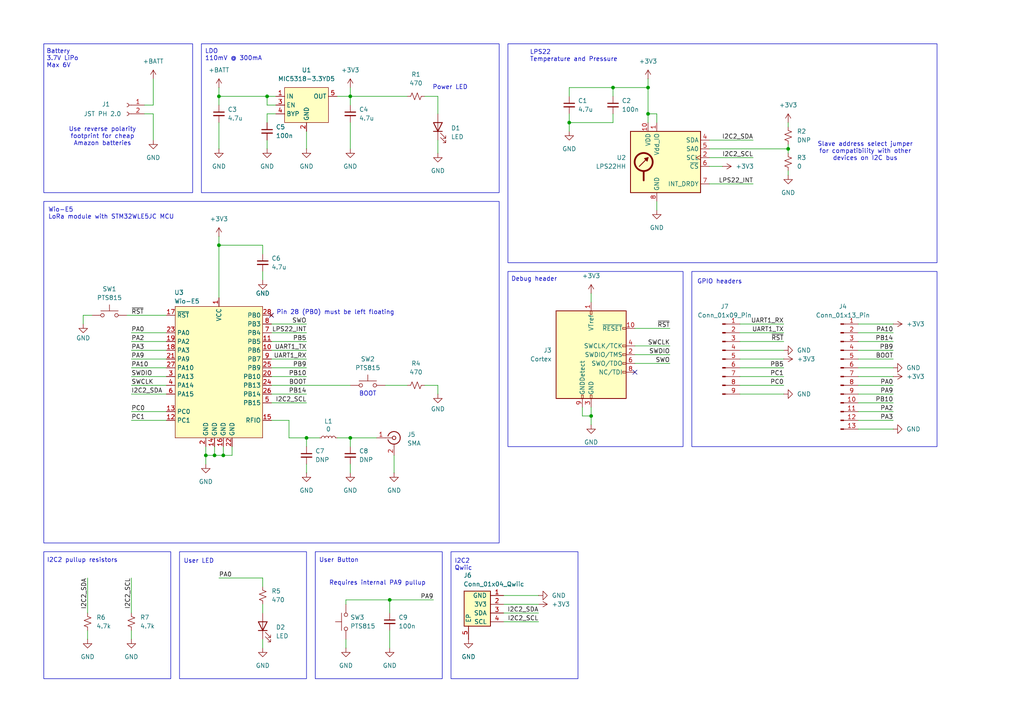
<source format=kicad_sch>
(kicad_sch (version 20250114) (generator "eeschema") (generator_version "9.0")
  (paper "A4")
  (lib_symbols
    (symbol "Connector:Conn_01x02_Socket" (pin_names (offset 1.016) (hide yes))
      (property "Reference" "J" (at 0 2.54 0))
      (property "Value" "Conn_01x02_Socket" (at 0 -5.08 0))
      (symbol "Conn_01x02_Socket_1_1"
        (polyline (pts (xy -1.27 0) (xy -0.508 0)) (stroke (width 0.1524)))
        (polyline (pts (xy -1.27 -2.54) (xy -0.508 -2.54)) (stroke (width 0.1524)))
        (arc (start 0 -0.508) (mid -0.5058 0) (end 0 0.508) (stroke (width 0.1524)))
        (arc (start 0 -3.048) (mid -0.5058 -2.54) (end 0 -2.032) (stroke (width 0.1524)))
        (pin passive line (at -5.08 0 0) (length 3.81) (name "Pin_1") (number "1"))
        (pin passive line (at -5.08 -2.54 0) (length 3.81) (name "Pin_2") (number "2"))
      )
    )
    (symbol "Connector:Conn_01x09_Pin" (pin_names (offset 1.016) (hide yes))
      (property "Reference" "J" (at 0 12.7 0))
      (property "Value" "Conn_01x09_Pin" (at 0 -12.7 0))
      (symbol "Conn_01x09_Pin_1_1"
        (rectangle (start 0.8636 10.287) (end 0 10.033) (stroke (width 0.1524)) (fill (type outline)))
        (rectangle (start 0.8636 7.747) (end 0 7.493) (stroke (width 0.1524)) (fill (type outline)))
        (rectangle (start 0.8636 5.207) (end 0 4.953) (stroke (width 0.1524)) (fill (type outline)))
        (rectangle (start 0.8636 2.667) (end 0 2.413) (stroke (width 0.1524)) (fill (type outline)))
        (rectangle (start 0.8636 0.127) (end 0 -0.127) (stroke (width 0.1524)) (fill (type outline)))
        (rectangle (start 0.8636 -2.413) (end 0 -2.667) (stroke (width 0.1524)) (fill (type outline)))
        (rectangle (start 0.8636 -4.953) (end 0 -5.207) (stroke (width 0.1524)) (fill (type outline)))
        (rectangle (start 0.8636 -7.493) (end 0 -7.747) (stroke (width 0.1524)) (fill (type outline)))
        (rectangle (start 0.8636 -10.033) (end 0 -10.287) (stroke (width 0.1524)) (fill (type outline)))
        (polyline (pts (xy 1.27 10.16) (xy 0.8636 10.16)) (stroke (width 0.1524)))
        (polyline (pts (xy 1.27 7.62) (xy 0.8636 7.62)) (stroke (width 0.1524)))
        (polyline (pts (xy 1.27 5.08) (xy 0.8636 5.08)) (stroke (width 0.1524)))
        (polyline (pts (xy 1.27 2.54) (xy 0.8636 2.54)) (stroke (width 0.1524)))
        (polyline (pts (xy 1.27 0) (xy 0.8636 0)) (stroke (width 0.1524)))
        (polyline (pts (xy 1.27 -2.54) (xy 0.8636 -2.54)) (stroke (width 0.1524)))
        (polyline (pts (xy 1.27 -5.08) (xy 0.8636 -5.08)) (stroke (width 0.1524)))
        (polyline (pts (xy 1.27 -7.62) (xy 0.8636 -7.62)) (stroke (width 0.1524)))
        (polyline (pts (xy 1.27 -10.16) (xy 0.8636 -10.16)) (stroke (width 0.1524)))
        (pin passive line (at 5.08 10.16 180) (length 3.81) (name "Pin_1") (number "1"))
        (pin passive line (at 5.08 7.62 180) (length 3.81) (name "Pin_2") (number "2"))
        (pin passive line (at 5.08 5.08 180) (length 3.81) (name "Pin_3") (number "3"))
        (pin passive line (at 5.08 2.54 180) (length 3.81) (name "Pin_4") (number "4"))
        (pin passive line (at 5.08 0 180) (length 3.81) (name "Pin_5") (number "5"))
        (pin passive line (at 5.08 -2.54 180) (length 3.81) (name "Pin_6") (number "6"))
        (pin passive line (at 5.08 -5.08 180) (length 3.81) (name "Pin_7") (number "7"))
        (pin passive line (at 5.08 -7.62 180) (length 3.81) (name "Pin_8") (number "8"))
        (pin passive line (at 5.08 -10.16 180) (length 3.81) (name "Pin_9") (number "9"))
      )
    )
    (symbol "Connector:Conn_01x13_Pin" (pin_names (offset 1.016) (hide yes))
      (property "Reference" "J" (at 0 17.78 0))
      (property "Value" "Conn_01x13_Pin" (at 0 -17.78 0))
      (symbol "Conn_01x13_Pin_1_1"
        (rectangle (start 0.8636 15.367) (end 0 15.113) (stroke (width 0.1524)) (fill (type outline)))
        (rectangle (start 0.8636 12.827) (end 0 12.573) (stroke (width 0.1524)) (fill (type outline)))
        (rectangle (start 0.8636 10.287) (end 0 10.033) (stroke (width 0.1524)) (fill (type outline)))
        (rectangle (start 0.8636 7.747) (end 0 7.493) (stroke (width 0.1524)) (fill (type outline)))
        (rectangle (start 0.8636 5.207) (end 0 4.953) (stroke (width 0.1524)) (fill (type outline)))
        (rectangle (start 0.8636 2.667) (end 0 2.413) (stroke (width 0.1524)) (fill (type outline)))
        (rectangle (start 0.8636 0.127) (end 0 -0.127) (stroke (width 0.1524)) (fill (type outline)))
        (rectangle (start 0.8636 -2.413) (end 0 -2.667) (stroke (width 0.1524)) (fill (type outline)))
        (rectangle (start 0.8636 -4.953) (end 0 -5.207) (stroke (width 0.1524)) (fill (type outline)))
        (rectangle (start 0.8636 -7.493) (end 0 -7.747) (stroke (width 0.1524)) (fill (type outline)))
        (rectangle (start 0.8636 -10.033) (end 0 -10.287) (stroke (width 0.1524)) (fill (type outline)))
        (rectangle (start 0.8636 -12.573) (end 0 -12.827) (stroke (width 0.1524)) (fill (type outline)))
        (rectangle (start 0.8636 -15.113) (end 0 -15.367) (stroke (width 0.1524)) (fill (type outline)))
        (polyline (pts (xy 1.27 15.24) (xy 0.8636 15.24)) (stroke (width 0.1524)))
        (polyline (pts (xy 1.27 12.7) (xy 0.8636 12.7)) (stroke (width 0.1524)))
        (polyline (pts (xy 1.27 10.16) (xy 0.8636 10.16)) (stroke (width 0.1524)))
        (polyline (pts (xy 1.27 7.62) (xy 0.8636 7.62)) (stroke (width 0.1524)))
        (polyline (pts (xy 1.27 5.08) (xy 0.8636 5.08)) (stroke (width 0.1524)))
        (polyline (pts (xy 1.27 2.54) (xy 0.8636 2.54)) (stroke (width 0.1524)))
        (polyline (pts (xy 1.27 0) (xy 0.8636 0)) (stroke (width 0.1524)))
        (polyline (pts (xy 1.27 -2.54) (xy 0.8636 -2.54)) (stroke (width 0.1524)))
        (polyline (pts (xy 1.27 -5.08) (xy 0.8636 -5.08)) (stroke (width 0.1524)))
        (polyline (pts (xy 1.27 -7.62) (xy 0.8636 -7.62)) (stroke (width 0.1524)))
        (polyline (pts (xy 1.27 -10.16) (xy 0.8636 -10.16)) (stroke (width 0.1524)))
        (polyline (pts (xy 1.27 -12.7) (xy 0.8636 -12.7)) (stroke (width 0.1524)))
        (polyline (pts (xy 1.27 -15.24) (xy 0.8636 -15.24)) (stroke (width 0.1524)))
        (pin passive line (at 5.08 15.24 180) (length 3.81) (name "Pin_1") (number "1"))
        (pin passive line (at 5.08 12.7 180) (length 3.81) (name "Pin_2") (number "2"))
        (pin passive line (at 5.08 10.16 180) (length 3.81) (name "Pin_3") (number "3"))
        (pin passive line (at 5.08 7.62 180) (length 3.81) (name "Pin_4") (number "4"))
        (pin passive line (at 5.08 5.08 180) (length 3.81) (name "Pin_5") (number "5"))
        (pin passive line (at 5.08 2.54 180) (length 3.81) (name "Pin_6") (number "6"))
        (pin passive line (at 5.08 0 180) (length 3.81) (name "Pin_7") (number "7"))
        (pin passive line (at 5.08 -2.54 180) (length 3.81) (name "Pin_8") (number "8"))
        (pin passive line (at 5.08 -5.08 180) (length 3.81) (name "Pin_9") (number "9"))
        (pin passive line (at 5.08 -7.62 180) (length 3.81) (name "Pin_10") (number "10"))
        (pin passive line (at 5.08 -10.16 180) (length 3.81) (name "Pin_11") (number "11"))
        (pin passive line (at 5.08 -12.7 180) (length 3.81) (name "Pin_12") (number "12"))
        (pin passive line (at 5.08 -15.24 180) (length 3.81) (name "Pin_13") (number "13"))
      )
    )
    (symbol "Connector:Conn_ARM_JTAG_SWD_10" (pin_names (offset 1.016))
      (property "Reference" "J" (at -2.54 16.51 0))
      (property "Value" "Conn_ARM_JTAG_SWD_10" (at -2.54 13.97 0))
      (symbol "Conn_ARM_JTAG_SWD_10_0_1"
        (rectangle (start -10.16 12.7) (end 10.16 -12.7) (stroke (width 0.254)) (fill (type background)))
        (rectangle (start -2.794 -12.7) (end -2.286 -11.684))
        (rectangle (start -0.254 12.7) (end 0.254 11.684))
        (rectangle (start -0.254 -12.7) (end 0.254 -11.684))
        (rectangle (start 9.144 2.286) (end 10.16 2.794))
        (rectangle (start 10.16 7.874) (end 9.144 7.366))
        (rectangle (start 10.16 -0.254) (end 9.144 0.254))
        (rectangle (start 10.16 -2.794) (end 9.144 -2.286))
      )
      (symbol "Conn_ARM_JTAG_SWD_10_1_1"
        (rectangle (start 9.144 -5.334) (end 10.16 -4.826))
        (pin no_connect line (at -10.16 0 0) (length 2.54) (hide yes) (name "KEY") (number "7"))
        (pin passive line (at -2.54 -15.24 90) (length 2.54) (name "GNDDetect") (number "9"))
        (pin power_in line (at 0 15.24 270) (length 2.54) (name "VTref") (number "1"))
        (pin power_in line (at 0 -15.24 90) (length 2.54) (name "GND") (number "3"))
        (pin passive line (at 0 -15.24 90) (length 2.54) (hide yes) (name "GND") (number "5"))
        (pin open_collector line (at 12.7 7.62 180) (length 2.54) (name "~{RESET}") (number "10"))
        (pin output line (at 12.7 2.54 180) (length 2.54) (name "SWCLK/TCK") (number "4"))
        (pin bidirectional line (at 12.7 0 180) (length 2.54) (name "SWDIO/TMS") (number "2"))
        (pin input line (at 12.7 -2.54 180) (length 2.54) (name "SWO/TDO") (number "6"))
        (pin output line (at 12.7 -5.08 180) (length 2.54) (name "NC/TDI") (number "8"))
      )
    )
    (symbol "Connector:Conn_Coaxial" (pin_names (offset 1.016) (hide yes))
      (property "Reference" "J" (at 0.254 3.048 0))
      (property "Value" "Conn_Coaxial" (at 2.921 0 90))
      (symbol "Conn_Coaxial_0_1"
        (polyline (pts (xy -2.54 0) (xy -0.508 0)))
        (arc (start 1.778 0) (mid 0.222 -1.8079) (end -1.778 -0.508) (stroke (width 0.254)))
        (arc (start -1.778 0.508) (mid 0.2221 1.8084) (end 1.778 0) (stroke (width 0.254)))
        (circle (center 0 0) (radius 0.508) (stroke (width 0.2032)))
        (polyline (pts (xy 0 -2.54) (xy 0 -1.778)))
      )
      (symbol "Conn_Coaxial_1_1"
        (pin passive line (at -5.08 0 0) (length 2.54) (name "In") (number "1"))
        (pin passive line (at 0 -5.08 90) (length 2.54) (name "Ext") (number "2"))
      )
    )
    (symbol "Device:C_Small" (pin_numbers (hide yes)) (pin_names (offset 0.254) (hide yes))
      (property "Reference" "C" (at 0.254 1.778 0))
      (property "Value" "C_Small" (at 0.254 -2.032 0))
      (symbol "C_Small_0_1"
        (polyline (pts (xy -1.524 0.508) (xy 1.524 0.508)) (stroke (width 0.3048)))
        (polyline (pts (xy -1.524 -0.508) (xy 1.524 -0.508)) (stroke (width 0.3302)))
      )
      (symbol "C_Small_1_1"
        (pin passive line (at 0 2.54 270) (length 2.032) (name "~") (number "1"))
        (pin passive line (at 0 -2.54 90) (length 2.032) (name "~") (number "2"))
      )
    )
    (symbol "Device:LED" (pin_numbers (hide yes)) (pin_names (offset 1.016) (hide yes))
      (property "Reference" "D" (at 0 2.54 0))
      (property "Value" "LED" (at 0 -2.54 0))
      (symbol "LED_0_1"
        (polyline (pts (xy -3.048 -0.762) (xy -4.572 -2.286) (xy -3.81 -2.286) (xy -4.572 -2.286) (xy -4.572 -1.524)))
        (polyline (pts (xy -1.778 -0.762) (xy -3.302 -2.286) (xy -2.54 -2.286) (xy -3.302 -2.286) (xy -3.302 -1.524)))
        (polyline (pts (xy -1.27 0) (xy 1.27 0)))
        (polyline (pts (xy -1.27 -1.27) (xy -1.27 1.27)) (stroke (width 0.254)))
        (polyline (pts (xy 1.27 -1.27) (xy 1.27 1.27) (xy -1.27 0) (xy 1.27 -1.27)) (stroke (width 0.254)))
      )
      (symbol "LED_1_1"
        (pin passive line (at -3.81 0 0) (length 2.54) (name "K") (number "1"))
        (pin passive line (at 3.81 0 180) (length 2.54) (name "A") (number "2"))
      )
    )
    (symbol "Device:L_Small" (pin_numbers (hide yes)) (pin_names (offset 0.254) (hide yes))
      (property "Reference" "L" (at 0.762 1.016 0))
      (property "Value" "L_Small" (at 0.762 -1.016 0))
      (symbol "L_Small_0_1"
        (arc (start 0 2.032) (mid 0.5058 1.524) (end 0 1.016))
        (arc (start 0 1.016) (mid 0.5058 0.508) (end 0 0))
        (arc (start 0 0) (mid 0.5058 -0.508) (end 0 -1.016))
        (arc (start 0 -1.016) (mid 0.5058 -1.524) (end 0 -2.032))
      )
      (symbol "L_Small_1_1"
        (pin passive line (at 0 2.54 270) (length 0.508) (name "~") (number "1"))
        (pin passive line (at 0 -2.54 90) (length 0.508) (name "~") (number "2"))
      )
    )
    (symbol "Device:R_Small_US" (pin_numbers (hide yes)) (pin_names (offset 0.254) (hide yes))
      (property "Reference" "R" (at 0.762 0.508 0))
      (property "Value" "R_Small_US" (at 0.762 -1.016 0))
      (symbol "R_Small_US_1_1"
        (polyline (pts (xy 0 1.524) (xy 1.016 1.143) (xy 0 0.762) (xy -1.016 0.381) (xy 0 0)))
        (polyline (pts (xy 0 0) (xy 1.016 -0.381) (xy 0 -0.762) (xy -1.016 -1.143) (xy 0 -1.524)))
        (pin passive line (at 0 2.54 270) (length 1.016) (name "~") (number "1"))
        (pin passive line (at 0 -2.54 90) (length 1.016) (name "~") (number "2"))
      )
    )
    (symbol "MIC5318:MIC5318-3.3YD5"
      (property "Reference" "U" (at 0 3.556 0))
      (property "Value" "MIC5318-3.3YD5" (at 0 1.27 0))
      (symbol "MIC5318-3.3YD5_0_0"
        (pin power_in line (at -8.89 -2.54 0) (length 2.54) (name "IN") (number "1"))
        (pin input line (at -8.89 -5.08 0) (length 2.54) (name "EN") (number "3"))
        (pin input line (at -8.89 -7.62 0) (length 2.54) (name "BYP") (number "4"))
        (pin power_in line (at 0 -12.7 90) (length 2.54) (name "GND") (number "2"))
        (pin power_out line (at 8.89 -2.54 180) (length 2.54) (name "OUT") (number "5"))
      )
      (symbol "MIC5318-3.3YD5_1_1"
        (rectangle (start -6.35 0) (end 6.35 -10.16) (fill (type background)))
      )
    )
    (symbol "Qwiic:Conn_01x04_Qwiic" (pin_names (offset 1.016))
      (property "Reference" "J" (at 0 7.62 0))
      (property "Value" "Conn_01x04_Qwiic" (at -0.254 5.588 0))
      (symbol "Conn_01x04_Qwiic_1_1"
        (rectangle (start -1.27 3.81) (end 6.35 -6.35) (stroke (width 0.254)) (fill (type background)))
        (pin passive line (at -5.08 2.54 0) (length 3.81) (name "GND") (number "1"))
        (pin passive line (at -5.08 0 0) (length 3.81) (name "3V3") (number "2"))
        (pin passive line (at -5.08 -2.54 0) (length 3.81) (name "SDA") (number "3"))
        (pin passive line (at -5.08 -5.08 0) (length 3.81) (name "SCL") (number "4"))
        (pin passive line (at 5.08 -10.16 90) (length 3.81) (name "EP") (number "5"))
      )
    )
    (symbol "Sensor_Pressure:LPS22HH"
      (property "Reference" "U" (at -11.43 1.27 0))
      (property "Value" "LPS22HH" (at -11.43 -1.27 0))
      (symbol "LPS22HH_0_1"
        (rectangle (start -10.16 10.16) (end 10.16 -7.62) (stroke (width 0.254)) (fill (type background)))
        (polyline (pts (xy -7.62 0) (xy -5.08 2.54)) (stroke (width 0.254)))
        (circle (center -6.35 1.27) (radius 2.6162) (stroke (width 0.508)))
        (polyline (pts (xy -6.35 -1.524) (xy -6.35 -4.064)) (stroke (width 0.508)))
        (polyline (pts (xy -5.08 2.54) (xy -5.334 1.524) (xy -6.096 2.286) (xy -5.08 2.54)) (stroke (width 0.254)) (fill (type outline)))
      )
      (symbol "LPS22HH_1_1"
        (pin power_in line (at -5.08 12.7 270) (length 2.54) (name "VDD") (number "10"))
        (pin power_in line (at -2.54 12.7 270) (length 2.54) (name "Vdd_IO") (number "1"))
        (pin passive line (at -2.54 -10.16 90) (length 2.54) (hide yes) (name "GND") (number "3"))
        (pin power_in line (at -2.54 -10.16 90) (length 2.54) (name "GND") (number "8"))
        (pin passive line (at -2.54 -10.16 90) (length 2.54) (hide yes) (name "GND") (number "9"))
        (pin bidirectional line (at 12.7 7.62 180) (length 2.54) (name "SDA") (number "4"))
        (pin input line (at 12.7 5.08 180) (length 2.54) (name "SA0") (number "5"))
        (pin input clock (at 12.7 2.54 180) (length 2.54) (name "SCL") (number "2"))
        (pin input line (at 12.7 0 180) (length 2.54) (name "~{CS}") (number "6"))
        (pin output line (at 12.7 -5.08 180) (length 2.54) (name "INT_DRDY") (number "7"))
      )
    )
    (symbol "Switch:SW_Push" (pin_numbers (hide yes)) (pin_names (offset 1.016) (hide yes))
      (property "Reference" "SW" (at 1.27 2.54 0))
      (property "Value" "SW_Push" (at 0 -1.524 0))
      (symbol "SW_Push_0_1"
        (circle (center -2.032 0) (radius 0.508))
        (polyline (pts (xy 0 1.27) (xy 0 3.048)))
        (circle (center 2.032 0) (radius 0.508))
        (polyline (pts (xy 2.54 1.27) (xy -2.54 1.27)))
        (pin passive line (at -5.08 0 0) (length 2.54) (name "1") (number "1"))
        (pin passive line (at 5.08 0 180) (length 2.54) (name "2") (number "2"))
      )
    )
    (symbol "Wio-E5:Wio-E5"
      (property "Reference" "U" (at -12.7 3.302 0))
      (property "Value" "Wio-E5" (at -12.7 1.27 0))
      (symbol "Wio-E5_0_0"
        (pin bidirectional line (at -15.24 -7.62 0) (length 2.54) (name "PA0") (number "23"))
        (pin bidirectional line (at -15.24 -15.24 0) (length 2.54) (name "PA9") (number "21"))
        (pin bidirectional line (at -15.24 -17.78 0) (length 2.54) (name "PA10") (number "27"))
        (pin power_in line (at -3.81 -40.64 90) (length 2.54) (name "GND") (number "2"))
        (pin power_in line (at -1.27 -40.64 90) (length 2.54) (name "GND") (number "14"))
        (pin power_in line (at 0 2.54 270) (length 2.54) (name "VCC") (number "1"))
        (pin power_in line (at 1.27 -40.64 90) (length 2.54) (name "GND") (number "16"))
        (pin power_in line (at 3.81 -40.64 90) (length 2.54) (name "GND") (number "22"))
        (pin bidirectional line (at 15.24 -5.08 180) (length 2.54) (name "PB3") (number "8"))
        (pin bidirectional line (at 15.24 -7.62 180) (length 2.54) (name "PB4") (number "7"))
        (pin bidirectional line (at 15.24 -10.16 180) (length 2.54) (name "PB5") (number "11"))
        (pin bidirectional line (at 15.24 -33.02 180) (length 2.54) (name "RFIO") (number "15"))
      )
      (symbol "Wio-E5_1_0"
        (pin input line (at -15.24 -2.54 0) (length 2.54) (name "~{RST}") (number "17"))
        (pin bidirectional line (at -15.24 -10.16 0) (length 2.54) (name "PA2") (number "19") (alternate "" input line))
        (pin bidirectional line (at -15.24 -12.7 0) (length 2.54) (name "PA3") (number "18") (alternate "" input line))
        (pin bidirectional line (at -15.24 -20.32 0) (length 2.54) (name "PA13") (number "3") (alternate "" input line))
        (pin bidirectional line (at -15.24 -22.86 0) (length 2.54) (name "PA14") (number "4") (alternate "" input line))
        (pin bidirectional line (at -15.24 -25.4 0) (length 2.54) (name "PA15") (number "6") (alternate "" input line))
        (pin bidirectional line (at -15.24 -30.48 0) (length 2.54) (name "PC0") (number "13"))
        (pin bidirectional line (at -15.24 -33.02 0) (length 2.54) (name "PC1") (number "12"))
        (pin no_connect line (at 15.24 -2.54 180) (length 2.54) (name "PB0") (number "28"))
        (pin bidirectional line (at 15.24 -12.7 180) (length 2.54) (name "PB6") (number "10") (alternate "" input line))
        (pin bidirectional line (at 15.24 -15.24 180) (length 2.54) (name "PB7") (number "9") (alternate "" input line))
        (pin bidirectional line (at 15.24 -17.78 180) (length 2.54) (name "PB9") (number "25") (alternate "" input line))
        (pin bidirectional line (at 15.24 -20.32 180) (length 2.54) (name "PB10") (number "20"))
        (pin bidirectional line (at 15.24 -22.86 180) (length 2.54) (name "PB13") (number "24") (alternate "" input line))
        (pin bidirectional line (at 15.24 -25.4 180) (length 2.54) (name "PB14") (number "26"))
        (pin bidirectional line (at 15.24 -27.94 180) (length 2.54) (name "PB15") (number "5") (alternate "" input line))
      )
      (symbol "Wio-E5_1_1"
        (rectangle (start -12.7 0) (end 12.7 -38.1) (fill (type background)))
      )
    )
    (symbol "power:+3V3" (power) (pin_numbers (hide yes)) (pin_names (offset 0) (hide yes))
      (property "Value" "+3V3" (at 0 3.556 0))
      (symbol "+3V3_0_1"
        (polyline (pts (xy -0.762 1.27) (xy 0 2.54)))
        (polyline (pts (xy 0 2.54) (xy 0.762 1.27)))
        (polyline (pts (xy 0 0) (xy 0 2.54)))
      )
      (symbol "+3V3_1_1"
        (pin power_in line (at 0 0 90) (length 0) (name "~") (number "1"))
      )
    )
    (symbol "power:+BATT" (power) (pin_numbers (hide yes)) (pin_names (offset 0) (hide yes))
      (property "Value" "+BATT" (at 0 3.556 0))
      (symbol "+BATT_0_1"
        (polyline (pts (xy -0.762 1.27) (xy 0 2.54)))
        (polyline (pts (xy 0 2.54) (xy 0.762 1.27)))
        (polyline (pts (xy 0 0) (xy 0 2.54)))
      )
      (symbol "+BATT_1_1"
        (pin power_in line (at 0 0 90) (length 0) (name "~") (number "1"))
      )
    )
    (symbol "power:GND" (power) (pin_numbers (hide yes)) (pin_names (offset 0) (hide yes))
      (property "Value" "GND" (at 0 -3.81 0))
      (symbol "GND_0_1"
        (polyline (pts (xy 0 0) (xy 0 -1.27) (xy 1.27 -1.27) (xy 0 -2.54) (xy -1.27 -1.27) (xy 0 -1.27)))
      )
      (symbol "GND_1_1"
        (pin power_in line (at 0 0 270) (length 0) (name "~") (number "1"))
      )
    )
  )
  (rectangle (start 58.42 12.7) (end 144.78 55.88))
  (rectangle (start 12.7 58.42) (end 144.78 157.48))
  (rectangle (start 12.7 12.7) (end 55.88 55.88))
  (rectangle (start 200.66 78.74) (end 271.78 129.54))
  (rectangle (start 147.32 12.7) (end 271.78 76.2))
  (rectangle (start 91.44 160.02) (end 128.27 196.85))
  (rectangle (start 147.32 78.74) (end 198.12 129.54))
  (rectangle (start 12.7 160.02) (end 49.53 196.85))
  (rectangle (start 52.07 160.02) (end 88.9 196.85))
  (rectangle (start 130.81 160.02) (end 167.64 196.85))
  (text "LPS22\nTemperature and Pressure" (at 153.67 16.256 0) (effects (font (size 1.27 1.27)) (justify left)))
  (text "User Button" (at 98.298 162.56 0) (effects (font (size 1.27 1.27))))
  (text "Slave address select jumper\nfor compatibility with other\ndevices on I2C bus" (at 250.952 43.942 0) (effects (font (size 1.27 1.27))))
  (text "Wio-E5\nLoRa module with STM32WLE5JC MCU" (at 13.97 61.976 0) (effects (font (size 1.27 1.27)) (justify left)))
  (text "I2C2 pullup resistors" (at 23.876 162.56 0) (effects (font (size 1.27 1.27))))
  (text "Battery\n3.7V LiPo\nMax 6V" (at 13.462 17.018 0) (effects (font (size 1.27 1.27)) (justify left)))
  (text "Power LED" (at 130.556 25.4 0) (effects (font (size 1.27 1.27))))
  (text "I2C2\nQwiic" (at 131.826 163.83 0) (effects (font (size 1.27 1.27)) (justify left)))
  (text "LDO\n110mV @ 300mA" (at 59.436 16.002 0) (effects (font (size 1.27 1.27)) (justify left)))
  (text "Pin 28 (PB0) must be left floating" (at 97.282 90.678 0) (effects (font (size 1.27 1.27))))
  (text "BOOT" (at 106.68 114.3 0) (effects (font (size 1.27 1.27))))
  (text "Requires internal PA9 pullup" (at 109.474 169.164 0) (effects (font (size 1.27 1.27))))
  (text "Debug header" (at 154.94 81.026 0) (effects (font (size 1.27 1.27))))
  (text "Use reverse polarity\nfootprint for cheap\nAmazon batteries" (at 29.718 39.624 0) (effects (font (size 1.27 1.27))))
  (text "GPIO headers" (at 202.184 81.026 0) (effects (font (size 1.27 1.27)) (justify left top)))
  (text "User LED" (at 57.658 162.814 0) (effects (font (size 1.27 1.27))))
  (junction (at 77.47 27.94))
  (junction (at 101.6 127))
  (junction (at 64.77 132.08))
  (junction (at 228.6 43.18))
  (junction (at 63.5 71.12))
  (junction (at 171.45 120.65))
  (junction (at 101.6 27.94))
  (junction (at 113.03 173.99))
  (junction (at 187.96 25.4))
  (junction (at 63.5 27.94))
  (junction (at 88.9 127))
  (junction (at 62.23 132.08))
  (junction (at 59.69 132.08))
  (junction (at 177.8 25.4))
  (junction (at 187.96 33.02))
  (junction (at 165.1 35.56))
  (no_connect (at 184.15 107.95))
  (no_connect (at 78.74 91.44))
  (wire (pts (xy 259.08 124.46) (xy 248.92 124.46)))
  (wire (pts (xy 259.08 119.38) (xy 248.92 119.38)))
  (wire (pts (xy 248.92 104.14) (xy 259.08 104.14)))
  (wire (pts (xy 36.83 91.44) (xy 48.26 91.44)))
  (wire (pts (xy 248.92 93.98) (xy 259.08 93.98)))
  (wire (pts (xy 38.1 106.68) (xy 48.26 106.68)))
  (wire (pts (xy 77.47 33.02) (xy 80.01 33.02)))
  (wire (pts (xy 146.05 172.72) (xy 156.21 172.72)))
  (wire (pts (xy 184.15 95.25) (xy 194.31 95.25)))
  (wire (pts (xy 165.1 27.94) (xy 165.1 25.4)))
  (wire (pts (xy 205.74 40.64) (xy 218.44 40.64)))
  (wire (pts (xy 88.9 106.68) (xy 78.74 106.68)))
  (wire (pts (xy 248.92 109.22) (xy 259.08 109.22)))
  (wire (pts (xy 38.1 96.52) (xy 48.26 96.52)))
  (wire (pts (xy 214.63 104.14) (xy 227.33 104.14)))
  (wire (pts (xy 44.45 22.86) (xy 44.45 30.48)))
  (wire (pts (xy 259.08 106.68) (xy 248.92 106.68)))
  (wire (pts (xy 101.6 27.94) (xy 101.6 25.4)))
  (wire (pts (xy 214.63 114.3) (xy 227.33 114.3)))
  (wire (pts (xy 38.1 109.22) (xy 48.26 109.22)))
  (wire (pts (xy 76.2 175.26) (xy 76.2 177.8)))
  (wire (pts (xy 171.45 120.65) (xy 168.91 120.65)))
  (wire (pts (xy 101.6 134.62) (xy 101.6 137.16)))
  (wire (pts (xy 67.31 132.08) (xy 67.31 129.54)))
  (wire (pts (xy 171.45 120.65) (xy 171.45 123.19)))
  (wire (pts (xy 97.79 127) (xy 101.6 127)))
  (wire (pts (xy 83.82 127) (xy 88.9 127)))
  (wire (pts (xy 177.8 27.94) (xy 177.8 25.4)))
  (wire (pts (xy 259.08 99.06) (xy 248.92 99.06)))
  (wire (pts (xy 123.19 27.94) (xy 127 27.94)))
  (wire (pts (xy 78.74 111.76) (xy 101.6 111.76)))
  (wire (pts (xy 83.82 127) (xy 83.82 121.92)))
  (wire (pts (xy 259.08 96.52) (xy 248.92 96.52)))
  (wire (pts (xy 205.74 53.34) (xy 218.44 53.34)))
  (wire (pts (xy 88.9 127) (xy 92.71 127)))
  (wire (pts (xy 63.5 25.4) (xy 63.5 27.94)))
  (wire (pts (xy 259.08 101.6) (xy 248.92 101.6)))
  (wire (pts (xy 127 44.45) (xy 127 40.64)))
  (wire (pts (xy 127 27.94) (xy 127 33.02)))
  (wire (pts (xy 184.15 100.33) (xy 194.31 100.33)))
  (wire (pts (xy 44.45 40.64) (xy 44.45 33.02)))
  (wire (pts (xy 101.6 27.94) (xy 101.6 30.48)))
  (wire (pts (xy 228.6 49.53) (xy 228.6 50.8)))
  (wire (pts (xy 113.03 182.88) (xy 113.03 187.96)))
  (wire (pts (xy 38.1 114.3) (xy 48.26 114.3)))
  (wire (pts (xy 171.45 118.11) (xy 171.45 120.65)))
  (wire (pts (xy 187.96 33.02) (xy 187.96 35.56)))
  (wire (pts (xy 127 111.76) (xy 123.19 111.76)))
  (wire (pts (xy 228.6 41.91) (xy 228.6 43.18)))
  (wire (pts (xy 88.9 134.62) (xy 88.9 137.16)))
  (wire (pts (xy 78.74 93.98) (xy 88.9 93.98)))
  (wire (pts (xy 44.45 33.02) (xy 41.91 33.02)))
  (wire (pts (xy 78.74 101.6) (xy 88.9 101.6)))
  (wire (pts (xy 214.63 93.98) (xy 227.33 93.98)))
  (wire (pts (xy 24.13 91.44) (xy 26.67 91.44)))
  (wire (pts (xy 64.77 129.54) (xy 64.77 132.08)))
  (wire (pts (xy 209.55 48.26) (xy 205.74 48.26)))
  (wire (pts (xy 88.9 38.1) (xy 88.9 43.18)))
  (wire (pts (xy 25.4 182.88) (xy 25.4 185.42)))
  (wire (pts (xy 190.5 35.56) (xy 190.5 33.02)))
  (wire (pts (xy 77.47 40.64) (xy 77.47 43.18)))
  (wire (pts (xy 97.79 27.94) (xy 101.6 27.94)))
  (wire (pts (xy 63.5 30.48) (xy 63.5 27.94)))
  (wire (pts (xy 165.1 38.1) (xy 165.1 35.56)))
  (wire (pts (xy 76.2 81.28) (xy 76.2 78.74)))
  (wire (pts (xy 63.5 167.64) (xy 76.2 167.64)))
  (wire (pts (xy 38.1 104.14) (xy 48.26 104.14)))
  (wire (pts (xy 177.8 33.02) (xy 177.8 35.56)))
  (wire (pts (xy 101.6 127) (xy 101.6 129.54)))
  (wire (pts (xy 62.23 132.08) (xy 59.69 132.08)))
  (wire (pts (xy 63.5 35.56) (xy 63.5 43.18)))
  (wire (pts (xy 113.03 173.99) (xy 125.73 173.99)))
  (wire (pts (xy 228.6 43.18) (xy 228.6 44.45)))
  (wire (pts (xy 214.63 111.76) (xy 227.33 111.76)))
  (wire (pts (xy 187.96 22.86) (xy 187.96 25.4)))
  (wire (pts (xy 38.1 167.64) (xy 38.1 177.8)))
  (wire (pts (xy 184.15 105.41) (xy 194.31 105.41)))
  (wire (pts (xy 101.6 127) (xy 109.22 127)))
  (wire (pts (xy 76.2 187.96) (xy 76.2 185.42)))
  (wire (pts (xy 62.23 132.08) (xy 62.23 129.54)))
  (wire (pts (xy 88.9 127) (xy 88.9 129.54)))
  (wire (pts (xy 76.2 167.64) (xy 76.2 170.18)))
  (wire (pts (xy 214.63 106.68) (xy 227.33 106.68)))
  (wire (pts (xy 114.3 132.08) (xy 114.3 137.16)))
  (wire (pts (xy 100.33 185.42) (xy 100.33 187.96)))
  (wire (pts (xy 214.63 109.22) (xy 227.33 109.22)))
  (wire (pts (xy 78.74 104.14) (xy 88.9 104.14)))
  (wire (pts (xy 88.9 109.22) (xy 78.74 109.22)))
  (wire (pts (xy 259.08 116.84) (xy 248.92 116.84)))
  (wire (pts (xy 77.47 30.48) (xy 80.01 30.48)))
  (wire (pts (xy 259.08 121.92) (xy 248.92 121.92)))
  (wire (pts (xy 38.1 121.92) (xy 48.26 121.92)))
  (wire (pts (xy 38.1 111.76) (xy 48.26 111.76)))
  (wire (pts (xy 127 114.3) (xy 127 111.76)))
  (wire (pts (xy 77.47 27.94) (xy 77.47 30.48)))
  (wire (pts (xy 77.47 27.94) (xy 80.01 27.94)))
  (wire (pts (xy 101.6 35.56) (xy 101.6 43.18)))
  (wire (pts (xy 214.63 96.52) (xy 227.33 96.52)))
  (wire (pts (xy 63.5 71.12) (xy 63.5 86.36)))
  (wire (pts (xy 184.15 102.87) (xy 194.31 102.87)))
  (wire (pts (xy 59.69 132.08) (xy 59.69 129.54)))
  (wire (pts (xy 77.47 35.56) (xy 77.47 33.02)))
  (wire (pts (xy 24.13 93.98) (xy 24.13 91.44)))
  (wire (pts (xy 177.8 35.56) (xy 165.1 35.56)))
  (wire (pts (xy 38.1 101.6) (xy 48.26 101.6)))
  (wire (pts (xy 214.63 99.06) (xy 227.33 99.06)))
  (wire (pts (xy 100.33 173.99) (xy 113.03 173.99)))
  (wire (pts (xy 165.1 35.56) (xy 165.1 33.02)))
  (wire (pts (xy 100.33 175.26) (xy 100.33 173.99)))
  (wire (pts (xy 67.31 132.08) (xy 64.77 132.08)))
  (wire (pts (xy 111.76 111.76) (xy 118.11 111.76)))
  (wire (pts (xy 44.45 30.48) (xy 41.91 30.48)))
  (wire (pts (xy 146.05 180.34) (xy 156.21 180.34)))
  (wire (pts (xy 205.74 43.18) (xy 228.6 43.18)))
  (wire (pts (xy 171.45 85.09) (xy 171.45 87.63)))
  (wire (pts (xy 146.05 175.26) (xy 156.21 175.26)))
  (wire (pts (xy 88.9 99.06) (xy 78.74 99.06)))
  (wire (pts (xy 25.4 167.64) (xy 25.4 177.8)))
  (wire (pts (xy 187.96 25.4) (xy 187.96 33.02)))
  (wire (pts (xy 146.05 177.8) (xy 156.21 177.8)))
  (wire (pts (xy 190.5 33.02) (xy 187.96 33.02)))
  (wire (pts (xy 63.5 27.94) (xy 77.47 27.94)))
  (wire (pts (xy 62.23 132.08) (xy 64.77 132.08)))
  (wire (pts (xy 59.69 134.62) (xy 59.69 132.08)))
  (wire (pts (xy 214.63 101.6) (xy 227.33 101.6)))
  (wire (pts (xy 83.82 121.92) (xy 78.74 121.92)))
  (wire (pts (xy 177.8 25.4) (xy 187.96 25.4)))
  (wire (pts (xy 259.08 114.3) (xy 248.92 114.3)))
  (wire (pts (xy 63.5 68.58) (xy 63.5 71.12)))
  (wire (pts (xy 38.1 99.06) (xy 48.26 99.06)))
  (wire (pts (xy 88.9 114.3) (xy 78.74 114.3)))
  (wire (pts (xy 76.2 71.12) (xy 76.2 73.66)))
  (wire (pts (xy 228.6 35.56) (xy 228.6 36.83)))
  (wire (pts (xy 190.5 58.42) (xy 190.5 60.96)))
  (wire (pts (xy 63.5 71.12) (xy 76.2 71.12)))
  (wire (pts (xy 101.6 27.94) (xy 118.11 27.94)))
  (wire (pts (xy 165.1 25.4) (xy 177.8 25.4)))
  (wire (pts (xy 38.1 182.88) (xy 38.1 185.42)))
  (wire (pts (xy 168.91 120.65) (xy 168.91 118.11)))
  (wire (pts (xy 205.74 45.72) (xy 218.44 45.72)))
  (wire (pts (xy 259.08 111.76) (xy 248.92 111.76)))
  (wire (pts (xy 113.03 173.99) (xy 113.03 177.8)))
  (wire (pts (xy 88.9 96.52) (xy 78.74 96.52)))
  (wire (pts (xy 38.1 119.38) (xy 48.26 119.38)))
  (wire (pts (xy 88.9 116.84) (xy 78.74 116.84)))
  (label "PA9" (at 38.1 104.14 0))
  (label "UART1_RX" (at 227.33 93.98 180))
  (label "SWDIO" (at 38.1 109.22 0))
  (label "SWO" (at 88.9 93.98 180))
  (label "PB9" (at 259.08 101.6 180))
  (label "I2C2_SCL" (at 88.9 116.84 180))
  (label "PA9" (at 259.08 114.3 180))
  (label "SWDIO" (at 194.31 102.87 180))
  (label "PB9" (at 88.9 106.68 180))
  (label "I2C2_SCL" (at 156.21 180.34 180))
  (label "PB5" (at 227.33 106.68 180))
  (label "PA9" (at 125.73 173.99 180))
  (label "PB10" (at 88.9 109.22 180))
  (label "~{RST}" (at 194.31 95.25 180))
  (label "SWO" (at 194.31 105.41 180))
  (label "LPS22_INT" (at 218.44 53.34 180))
  (label "PA2" (at 259.08 119.38 180))
  (label "I2C2_SCL" (at 218.44 45.72 180))
  (label "I2C2_SDA" (at 156.21 177.8 180))
  (label "I2C2_SDA" (at 38.1 114.3 0))
  (label "PC0" (at 227.33 111.76 180))
  (label "PA0" (at 63.5 167.64 0))
  (label "PA3" (at 259.08 121.92 180))
  (label "SWCLK" (at 38.1 111.76 0))
  (label "PB5" (at 88.9 99.06 180))
  (label "BOOT" (at 88.9 111.76 180))
  (label "PB14" (at 259.08 99.06 180))
  (label "PB10" (at 259.08 116.84 180))
  (label "PA0" (at 259.08 111.76 180))
  (label "UART1_TX" (at 88.9 101.6 180))
  (label "LPS22_INT" (at 88.9 96.52 180))
  (label "I2C2_SCL" (at 38.1 167.64 270))
  (label "PA3" (at 38.1 101.6 0))
  (label "UART1_RX" (at 88.9 104.14 180))
  (label "I2C2_SDA" (at 218.44 40.64 180))
  (label "PA0" (at 38.1 96.52 0))
  (label "UART1_TX" (at 227.33 96.52 180))
  (label "I2C2_SDA" (at 25.4 167.64 270))
  (label "PA10" (at 38.1 106.68 0))
  (label "SWCLK" (at 194.31 100.33 180))
  (label "PB14" (at 88.9 114.3 180))
  (label "~{RST}" (at 227.33 99.06 180))
  (label "BOOT" (at 259.08 104.14 180))
  (label "PC0" (at 38.1 119.38 0))
  (label "PC1" (at 38.1 121.92 0))
  (label "PA10" (at 259.08 96.52 180))
  (label "PC1" (at 227.33 109.22 180))
  (label "PA2" (at 38.1 99.06 0))
  (label "~{RST}" (at 38.1 91.44 0))
  (symbol (lib_id "power:GND") (at 101.6 43.18 0) (unit 1)
    (property "Reference" "#PWR011" (effects (hide yes)))
    (property "Value" "GND" (at 101.6 48.26 0))
    (property "Description" "Power symbol creates a global label with name \"GND\" , ground" (effects (hide yes)))
  )
  (symbol (lib_id "power:GND") (at 171.45 123.19 0) (unit 1)
    (property "Reference" "#PWR023" (effects (hide yes)))
    (property "Value" "GND" (at 171.45 128.27 0))
    (property "Description" "Power symbol creates a global label with name \"GND\" , ground" (effects (hide yes)))
  )
  (symbol (lib_id "power:GND") (at 114.3 137.16 0) (unit 1)
    (property "Reference" "#PWR029" (effects (hide yes)))
    (property "Value" "GND" (at 114.3 142.24 0))
    (property "Description" "Power symbol creates a global label with name \"GND\" , ground" (effects (hide yes)))
  )
  (symbol (lib_id "Connector:Conn_01x09_Pin") (at 209.55 104.14 0) (unit 1)
    (property "Reference" "J7" (at 210.185 88.9 0))
    (property "Value" "Conn_01x09_Pin" (at 210.185 91.44 0))
    (property "Footprint" "Connector_PinHeader_2.54mm:PinHeader_1x09_P2.54mm_Vertical" (effects (hide yes)))
    (property "Description" "Generic connector, single row, 01x09, script generated" (effects (hide yes)))
  )
  (symbol (lib_id "power:GND") (at 76.2 187.96 0) (unit 1)
    (property "Reference" "#PWR033" (effects (hide yes)))
    (property "Value" "GND" (at 76.2 193.04 0))
    (property "Description" "Power symbol creates a global label with name \"GND\" , ground" (effects (hide yes)))
  )
  (symbol (lib_id "Qwiic:Conn_01x04_Qwiic") (at 140.97 175.26 0) (mirror y) (unit 1)
    (property "Reference" "J6" (at 135.636 166.878 0))
    (property "Value" "Conn_01x04_Qwiic" (at 143.256 169.418 0))
    (property "Footprint" "BM04B-SRSS-TB:CONN_JST-BM04B-SRSS-TB" (effects (hide yes)))
    (property "Description" "Qwiic I2C connector 4 pin" (effects (hide yes)))
  )
  (symbol (lib_id "power:GND") (at 227.33 114.3 90) (unit 1)
    (property "Reference" "#PWR038" (effects (hide yes)))
    (property "Value" "GND" (at 231.14 114.2999 90) (effects (justify right)))
    (property "Description" "Power symbol creates a global label with name \"GND\" , ground" (effects (hide yes)))
  )
  (symbol (lib_id "power:GND") (at 63.5 43.18 0) (unit 1)
    (property "Reference" "#PWR08" (effects (hide yes)))
    (property "Value" "GND" (at 63.5 48.26 0))
    (property "Description" "Power symbol creates a global label with name \"GND\" , ground" (effects (hide yes)))
  )
  (symbol (lib_id "Switch:SW_Push") (at 31.75 91.44 0) (unit 1)
    (property "Reference" "SW1" (at 31.75 83.82 0))
    (property "Value" "PTS815" (at 31.75 86.36 0))
    (property "Footprint" "PTS815_SJM_250_SMTR_LFS:SW_Push_PTS815_SJM_250_SMTR_LFS" (effects (hide yes)))
    (property "Description" "Push button switch, generic, two pins" (effects (hide yes)))
  )
  (symbol (lib_id "power:GND") (at 259.08 106.68 90) (unit 1)
    (property "Reference" "#PWR043" (effects (hide yes)))
    (property "Value" "GND" (at 262.89 106.6799 90) (effects (justify right)))
    (property "Description" "Power symbol creates a global label with name \"GND\" , ground" (effects (hide yes)))
  )
  (symbol (lib_id "Device:C_Small") (at 63.5 33.02 0) (unit 1)
    (property "Reference" "C3" (at 66.04 31.7562 0) (effects (justify left)))
    (property "Value" "4.7u" (at 66.04 34.2962 0) (effects (justify left)))
    (property "Footprint" "Capacitor_SMD:C_0603_1608Metric" (effects (hide yes)))
    (property "Description" "Unpolarized capacitor, small symbol" (effects (hide yes)))
  )
  (symbol (lib_id "Device:C_Small") (at 88.9 132.08 0) (unit 1)
    (property "Reference" "C7" (at 91.44 130.8162 0) (effects (justify left)))
    (property "Value" "DNP" (at 91.44 133.3562 0) (effects (justify left)))
    (property "Footprint" "Capacitor_SMD:C_0603_1608Metric" (effects (hide yes)))
    (property "Description" "Unpolarized capacitor, small symbol" (effects (hide yes)))
  )
  (symbol (lib_id "power:GND") (at 88.9 137.16 0) (unit 1)
    (property "Reference" "#PWR027" (effects (hide yes)))
    (property "Value" "GND" (at 88.9 142.24 0))
    (property "Description" "Power symbol creates a global label with name \"GND\" , ground" (effects (hide yes)))
  )
  (symbol (lib_id "Device:C_Small") (at 77.47 38.1 0) (unit 1)
    (property "Reference" "C5" (at 80.01 36.8362 0) (effects (justify left)))
    (property "Value" "100n" (at 80.01 39.3762 0) (effects (justify left)))
    (property "Footprint" "Capacitor_SMD:C_0603_1608Metric" (effects (hide yes)))
    (property "Description" "Unpolarized capacitor, small symbol" (effects (hide yes)))
  )
  (symbol (lib_id "Sensor_Pressure:LPS22HH") (at 193.04 48.26 0) (unit 1)
    (property "Reference" "U2" (at 181.61 45.7199 0) (effects (justify right)))
    (property "Value" "LPS22HH" (at 181.61 48.2599 0) (effects (justify right)))
    (property "Footprint" "Package_LGA:ST_HLGA-10_2x2mm_P0.5mm_LayoutBorder3x2y" (effects (hide yes)))
    (property "Datasheet" "https://www.st.com/resource/en/datasheet/lps22hh.pdf" (effects (hide yes)))
    (property "Description" "MEMS nano pressure sensor, 260-1260 hPa, absolute digital output baromeeter, 24 bit, SPI, I2C, I3C, 0.65 Pa noise rms, ST_HLGA-10L" (effects (hide yes)))
  )
  (symbol (lib_id "power:GND") (at 88.9 43.18 0) (unit 1)
    (property "Reference" "#PWR010" (effects (hide yes)))
    (property "Value" "GND" (at 88.9 48.26 0))
    (property "Description" "Power symbol creates a global label with name \"GND\" , ground" (effects (hide yes)))
  )
  (symbol (lib_id "Connector:Conn_01x02_Socket") (at 36.83 30.48 0) (mirror y) (unit 1)
    (property "Reference" "J1" (at 30.734 30.226 0))
    (property "Value" "JST PH 2.0" (at 29.718 33.02 0))
    (property "Footprint" "JST_PH_S2B-PH-K_1x02_P2.00mm_Horizontal_Reverse_Polarity:JST_PH_S2B-PH-K_1x02_P2.00mm_Horizontal" (effects (hide yes)))
    (property "Description" "Generic connector, single row, 01x02, script generated" (effects (hide yes)))
  )
  (symbol (lib_id "MIC5318:MIC5318-3.3YD5") (at 88.9 25.4 0) (unit 1)
    (property "Reference" "U1" (at 88.9 20.32 0))
    (property "Value" "MIC5318-3.3YD5" (at 88.9 22.86 0))
    (property "Footprint" "Package_TO_SOT_SMD:SOT-23-5" (effects (hide yes)))
    (property "Datasheet" "https://ww1.microchip.com/downloads/en/DeviceDoc/mic5318.pdf" (effects (hide yes)))
    (property "Description" "300mA LDO, 100mV dropout, input range 2.3V to 6V, SOT23-5 package" (effects (hide yes)))
  )
  (symbol (lib_id "power:GND") (at 228.6 50.8 0) (unit 1)
    (property "Reference" "#PWR014" (effects (hide yes)))
    (property "Value" "GND" (at 228.6 55.88 0))
    (property "Description" "Power symbol creates a global label with name \"GND\" , ground" (effects (hide yes)))
  )
  (symbol (lib_id "Switch:SW_Push") (at 100.33 180.34 90) (unit 1)
    (property "Reference" "SW3" (at 101.6 179.0699 90) (effects (justify right)))
    (property "Value" "PTS815" (at 101.6 181.6099 90) (effects (justify right)))
    (property "Footprint" "PTS815_SJM_250_SMTR_LFS:SW_Push_PTS815_SJM_250_SMTR_LFS" (effects (hide yes)))
    (property "Description" "Push button switch, generic, two pins" (effects (hide yes)))
  )
  (symbol (lib_id "power:+3V3") (at 259.08 93.98 270) (unit 1)
    (property "Reference" "#PWR042" (effects (hide yes)))
    (property "Value" "+3V3" (at 262.89 93.9799 90) (effects (justify left)))
    (property "Description" "Power symbol creates a global label with name \"+3V3\"" (effects (hide yes)))
  )
  (symbol (lib_id "power:GND") (at 76.2 81.28 0) (unit 1)
    (property "Reference" "#PWR017" (effects (hide yes)))
    (property "Value" "GND" (at 76.2 85.09 0))
    (property "Description" "Power symbol creates a global label with name \"GND\" , ground" (effects (hide yes)))
  )
  (symbol (lib_id "Device:R_Small_US") (at 120.65 27.94 90) (unit 1)
    (property "Reference" "R1" (at 120.65 21.59 90))
    (property "Value" "470" (at 120.65 24.13 90))
    (property "Footprint" "Resistor_SMD:R_0603_1608Metric" (effects (hide yes)))
    (property "Description" "Resistor, small US symbol" (effects (hide yes)))
  )
  (symbol (lib_id "power:GND") (at 190.5 60.96 0) (unit 1)
    (property "Reference" "#PWR015" (effects (hide yes)))
    (property "Value" "GND" (at 190.5 66.04 0))
    (property "Description" "Power symbol creates a global label with name \"GND\" , ground" (effects (hide yes)))
  )
  (symbol (lib_id "power:+3V3") (at 187.96 22.86 0) (unit 1)
    (property "Reference" "#PWR02" (effects (hide yes)))
    (property "Value" "+3V3" (at 187.96 17.78 0))
    (property "Description" "Power symbol creates a global label with name \"+3V3\"" (effects (hide yes)))
  )
  (symbol (lib_id "Device:C_Small") (at 113.03 180.34 0) (unit 1)
    (property "Reference" "C9" (at 115.57 179.0762 0) (effects (justify left)))
    (property "Value" "100n" (at 115.57 181.6162 0) (effects (justify left)))
    (property "Footprint" "Capacitor_SMD:C_0603_1608Metric" (effects (hide yes)))
    (property "Description" "Unpolarized capacitor, small symbol" (effects (hide yes)))
  )
  (symbol (lib_id "Device:R_Small_US") (at 76.2 172.72 0) (unit 1)
    (property "Reference" "R5" (at 78.74 171.4499 0) (effects (justify left)))
    (property "Value" "470" (at 78.74 173.9899 0) (effects (justify left)))
    (property "Footprint" "Resistor_SMD:R_0603_1608Metric" (effects (hide yes)))
    (property "Description" "Resistor, small US symbol" (effects (hide yes)))
  )
  (symbol (lib_id "power:GND") (at 135.89 185.42 0) (unit 1)
    (property "Reference" "#PWR036" (effects (hide yes)))
    (property "Value" "GND" (at 135.89 190.5 0))
    (property "Description" "Power symbol creates a global label with name \"GND\" , ground" (effects (hide yes)))
  )
  (symbol (lib_id "Connector:Conn_01x13_Pin") (at 243.84 109.22 0) (unit 1)
    (property "Reference" "J4" (at 244.475 88.9 0))
    (property "Value" "Conn_01x13_Pin" (at 244.475 91.44 0))
    (property "Footprint" "Connector_PinHeader_2.54mm:PinHeader_1x13_P2.54mm_Vertical" (effects (hide yes)))
    (property "Description" "Generic connector, single row, 01x13, script generated" (effects (hide yes)))
  )
  (symbol (lib_id "Wio-E5:Wio-E5") (at 63.5 88.9 0) (unit 1)
    (property "Reference" "U3" (at 50.546 84.836 0) (effects (justify left)))
    (property "Value" "Wio-E5" (at 50.546 87.376 0) (effects (justify left)))
    (property "Footprint" "Wio-E5:Wio-E5" (effects (hide yes)))
    (property "Datasheet" "https://files.seeedstudio.com/products/317990687/res/LoRa-E5%20module%20datasheet_V1.1.pdf" (effects (hide yes)))
    (pin "4" (alternate "PA14"))
    (pin "19" (alternate "PA2"))
    (pin "18" (alternate "PA3"))
    (pin "3" (alternate "PA13"))
    (pin "6" (alternate "PA15"))
    (pin "24" (alternate "PB13"))
    (pin "10" (alternate "PB6"))
    (pin "9" (alternate "PB7"))
    (pin "25" (alternate "PB9"))
    (pin "5" (alternate "PB15"))
  )
  (symbol (lib_id "Device:R_Small_US") (at 38.1 180.34 0) (unit 1)
    (property "Reference" "R7" (at 40.64 179.0699 0) (effects (justify left)))
    (property "Value" "4.7k" (at 40.64 181.6099 0) (effects (justify left)))
    (property "Footprint" "Resistor_SMD:R_0603_1608Metric" (effects (hide yes)))
    (property "Description" "Resistor, small US symbol" (effects (hide yes)))
  )
  (symbol (lib_id "power:GND") (at 127 44.45 0) (unit 1)
    (property "Reference" "#PWR012" (effects (hide yes)))
    (property "Value" "GND" (at 127 49.53 0))
    (property "Description" "Power symbol creates a global label with name \"GND\" , ground" (effects (hide yes)))
  )
  (symbol (lib_id "power:GND") (at 259.08 124.46 90) (unit 1)
    (property "Reference" "#PWR041" (effects (hide yes)))
    (property "Value" "GND" (at 262.89 124.4599 90) (effects (justify right)))
    (property "Description" "Power symbol creates a global label with name \"GND\" , ground" (effects (hide yes)))
  )
  (symbol (lib_id "power:GND") (at 101.6 137.16 0) (unit 1)
    (property "Reference" "#PWR028" (effects (hide yes)))
    (property "Value" "GND" (at 101.6 142.24 0))
    (property "Description" "Power symbol creates a global label with name \"GND\" , ground" (effects (hide yes)))
  )
  (symbol (lib_id "power:+BATT") (at 63.5 25.4 0) (unit 1)
    (property "Reference" "#PWR03" (effects (hide yes)))
    (property "Value" "+BATT" (at 63.5 20.32 0))
    (property "Description" "Power symbol creates a global label with name \"+BATT\"" (effects (hide yes)))
  )
  (symbol (lib_id "Device:C_Small") (at 76.2 76.2 0) (unit 1)
    (property "Reference" "C6" (at 78.74 74.9362 0) (effects (justify left)))
    (property "Value" "4.7u" (at 78.74 77.4762 0) (effects (justify left)))
    (property "Footprint" "Capacitor_SMD:C_0603_1608Metric" (effects (hide yes)))
    (property "Description" "Unpolarized capacitor, small symbol" (effects (hide yes)))
  )
  (symbol (lib_id "power:+3V3") (at 101.6 25.4 0) (unit 1)
    (property "Reference" "#PWR04" (effects (hide yes)))
    (property "Value" "+3V3" (at 101.6 20.32 0))
    (property "Description" "Power symbol creates a global label with name \"+3V3\"" (effects (hide yes)))
  )
  (symbol (lib_id "Device:L_Small") (at 95.25 127 90) (unit 1)
    (property "Reference" "L1" (at 95.25 122.174 90))
    (property "Value" "0" (at 95.25 124.46 90))
    (property "Footprint" "Inductor_SMD:L_0603_1608Metric" (effects (hide yes)))
    (property "Description" "Inductor, small symbol" (effects (hide yes)))
  )
  (symbol (lib_id "power:GND") (at 113.03 187.96 0) (unit 1)
    (property "Reference" "#PWR035" (effects (hide yes)))
    (property "Value" "GND" (at 113.03 193.04 0))
    (property "Description" "Power symbol creates a global label with name \"GND\" , ground" (effects (hide yes)))
  )
  (symbol (lib_id "Connector:Conn_Coaxial") (at 114.3 127 0) (unit 1)
    (property "Reference" "J5" (at 118.11 126.0231 0) (effects (justify left)))
    (property "Value" "SMA" (at 118.11 128.5631 0) (effects (justify left)))
    (property "Footprint" "Connector_Coaxial:SMA_Samtec_SMA-J-P-H-ST-EM1_EdgeMount" (effects (hide yes)))
    (property "Description" "coaxial connector (BNC, SMA, SMB, SMC, Cinch/RCA, LEMO, ...)" (effects (hide yes)))
  )
  (symbol (lib_id "power:GND") (at 227.33 101.6 90) (unit 1)
    (property "Reference" "#PWR020" (effects (hide yes)))
    (property "Value" "GND" (at 231.14 101.5999 90) (effects (justify right)))
    (property "Description" "Power symbol creates a global label with name \"GND\" , ground" (effects (hide yes)))
  )
  (symbol (lib_id "power:GND") (at 156.21 172.72 90) (unit 1)
    (property "Reference" "#PWR026" (effects (hide yes)))
    (property "Value" "GND" (at 160.02 172.7199 90) (effects (justify right)))
    (property "Description" "Power symbol creates a global label with name \"GND\" , ground" (effects (hide yes)))
  )
  (symbol (lib_id "power:+3V3") (at 228.6 35.56 0) (unit 1)
    (property "Reference" "#PWR05" (effects (hide yes)))
    (property "Value" "+3V3" (at 228.6 30.48 0))
    (property "Description" "Power symbol creates a global label with name \"+3V3\"" (effects (hide yes)))
  )
  (symbol (lib_id "power:+3V3") (at 209.55 48.26 270) (unit 1)
    (property "Reference" "#PWR013" (effects (hide yes)))
    (property "Value" "+3V3" (at 213.36 48.2599 90) (effects (justify left)))
    (property "Description" "Power symbol creates a global label with name \"+3V3\"" (effects (hide yes)))
  )
  (symbol (lib_id "power:+3V3") (at 63.5 68.58 0) (unit 1)
    (property "Reference" "#PWR016" (effects (hide yes)))
    (property "Value" "+3V3" (at 63.5 63.5 0))
    (property "Description" "Power symbol creates a global label with name \"+3V3\"" (effects (hide yes)))
  )
  (symbol (lib_id "power:GND") (at 165.1 38.1 0) (unit 1)
    (property "Reference" "#PWR06" (effects (hide yes)))
    (property "Value" "GND" (at 165.1 43.18 0))
    (property "Description" "Power symbol creates a global label with name \"GND\" , ground" (effects (hide yes)))
  )
  (symbol (lib_id "power:GND") (at 25.4 185.42 0) (unit 1)
    (property "Reference" "#PWR031" (effects (hide yes)))
    (property "Value" "GND" (at 25.4 190.5 0))
    (property "Description" "Power symbol creates a global label with name \"GND\" , ground" (effects (hide yes)))
  )
  (symbol (lib_id "power:GND") (at 44.45 40.64 0) (mirror y) (unit 1)
    (property "Reference" "#PWR07" (effects (hide yes)))
    (property "Value" "GND" (at 44.45 45.72 0))
    (property "Description" "Power symbol creates a global label with name \"GND\" , ground" (effects (hide yes)))
  )
  (symbol (lib_id "power:GND") (at 127 114.3 0) (unit 1)
    (property "Reference" "#PWR021" (effects (hide yes)))
    (property "Value" "GND" (at 127 118.618 0))
    (property "Description" "Power symbol creates a global label with name \"GND\" , ground" (effects (hide yes)))
  )
  (symbol (lib_id "power:GND") (at 59.69 134.62 0) (unit 1)
    (property "Reference" "#PWR025" (effects (hide yes)))
    (property "Value" "GND" (at 59.69 139.7 0))
    (property "Description" "Power symbol creates a global label with name \"GND\" , ground" (effects (hide yes)))
  )
  (symbol (lib_id "power:+3V3") (at 171.45 85.09 0) (unit 1)
    (property "Reference" "#PWR018" (effects (hide yes)))
    (property "Value" "+3V3" (at 171.45 80.01 0))
    (property "Description" "Power symbol creates a global label with name \"+3V3\"" (effects (hide yes)))
  )
  (symbol (lib_id "Device:C_Small") (at 177.8 30.48 0) (unit 1)
    (property "Reference" "C2" (at 180.34 29.2162 0) (effects (justify left)))
    (property "Value" "100n" (at 180.34 31.7562 0) (effects (justify left)))
    (property "Footprint" "Capacitor_SMD:C_0603_1608Metric" (effects (hide yes)))
    (property "Description" "Unpolarized capacitor, small symbol" (effects (hide yes)))
  )
  (symbol (lib_id "Device:LED") (at 127 36.83 90) (unit 1)
    (property "Reference" "D1" (at 130.81 37.1474 90) (effects (justify right)))
    (property "Value" "LED" (at 130.81 39.6874 90) (effects (justify right)))
    (property "Footprint" "LED_SMD:LED_0603_1608Metric" (effects (hide yes)))
    (property "Description" "Light emitting diode" (effects (hide yes)))
    (property "Sim.Pins" "1=K 2=A" (effects (hide yes)))
  )
  (symbol (lib_id "Device:R_Small_US") (at 228.6 39.37 0) (unit 1)
    (property "Reference" "R2" (at 231.14 38.0999 0) (effects (justify left)))
    (property "Value" "DNP" (at 231.14 40.6399 0) (effects (justify left)))
    (property "Footprint" "Resistor_SMD:R_0603_1608Metric" (effects (hide yes)))
    (property "Description" "Resistor, small US symbol" (effects (hide yes)))
  )
  (symbol (lib_id "power:+3V3") (at 259.08 109.22 270) (unit 1)
    (property "Reference" "#PWR044" (effects (hide yes)))
    (property "Value" "+3V3" (at 262.89 109.2199 90) (effects (justify left)))
    (property "Description" "Power symbol creates a global label with name \"+3V3\"" (effects (hide yes)))
  )
  (symbol (lib_id "Device:LED") (at 76.2 181.61 90) (unit 1)
    (property "Reference" "D2" (at 80.01 181.9274 90) (effects (justify right)))
    (property "Value" "LED" (at 80.01 184.4674 90) (effects (justify right)))
    (property "Footprint" "LED_SMD:LED_0603_1608Metric" (effects (hide yes)))
    (property "Description" "Light emitting diode" (effects (hide yes)))
    (property "Sim.Pins" "1=K 2=A" (effects (hide yes)))
  )
  (symbol (lib_id "Device:R_Small_US") (at 120.65 111.76 90) (unit 1)
    (property "Reference" "R4" (at 120.65 105.41 90))
    (property "Value" "470" (at 120.65 107.95 90))
    (property "Footprint" "Resistor_SMD:R_0603_1608Metric" (effects (hide yes)))
    (property "Description" "Resistor, small US symbol" (effects (hide yes)))
  )
  (symbol (lib_id "Device:R_Small_US") (at 228.6 46.99 0) (unit 1)
    (property "Reference" "R3" (at 231.14 45.7199 0) (effects (justify left)))
    (property "Value" "0" (at 231.14 48.2599 0) (effects (justify left)))
    (property "Footprint" "Resistor_SMD:R_0603_1608Metric" (effects (hide yes)))
    (property "Description" "Resistor, small US symbol" (effects (hide yes)))
  )
  (symbol (lib_id "Device:C_Small") (at 101.6 33.02 0) (unit 1)
    (property "Reference" "C4" (at 104.14 31.7562 0) (effects (justify left)))
    (property "Value" "4.7u" (at 104.14 34.2962 0) (effects (justify left)))
    (property "Footprint" "Capacitor_SMD:C_0603_1608Metric" (effects (hide yes)))
    (property "Description" "Unpolarized capacitor, small symbol" (effects (hide yes)))
  )
  (symbol (lib_id "power:+BATT") (at 44.45 22.86 0) (mirror y) (unit 1)
    (property "Reference" "#PWR01" (effects (hide yes)))
    (property "Value" "+BATT" (at 44.45 17.78 0))
    (property "Description" "Power symbol creates a global label with name \"+BATT\"" (effects (hide yes)))
  )
  (symbol (lib_id "power:GND") (at 77.47 43.18 0) (unit 1)
    (property "Reference" "#PWR09" (effects (hide yes)))
    (property "Value" "GND" (at 77.47 48.26 0))
    (property "Description" "Power symbol creates a global label with name \"GND\" , ground" (effects (hide yes)))
  )
  (symbol (lib_id "power:+3V3") (at 156.21 175.26 270) (unit 1)
    (property "Reference" "#PWR030" (effects (hide yes)))
    (property "Value" "+3V3" (at 160.02 175.2599 90) (effects (justify left)))
    (property "Description" "Power symbol creates a global label with name \"+3V3\"" (effects (hide yes)))
  )
  (symbol (lib_id "power:GND") (at 100.33 187.96 0) (unit 1)
    (property "Reference" "#PWR034" (effects (hide yes)))
    (property "Value" "GND" (at 100.33 193.04 0))
    (property "Description" "Power symbol creates a global label with name \"GND\" , ground" (effects (hide yes)))
  )
  (symbol (lib_id "Connector:Conn_ARM_JTAG_SWD_10") (at 171.45 102.87 0) (unit 1)
    (property "Reference" "J3" (at 160.02 101.5999 0) (effects (justify right)))
    (property "Value" "Cortex" (at 160.02 104.1399 0) (effects (justify right)))
    (property "Footprint" "3220-10-0100-00_CNC:CONN_3220-10-0100-00_CNC" (effects (hide yes)))
    (property "Datasheet" "http://infocenter.arm.com/help/topic/com.arm.doc.ddi0314h/DDI0314H_coresight_components_trm.pdf" (effects (hide yes)))
    (property "Description" "Cortex Debug Connector, standard ARM Cortex-M SWD and JTAG interface" (effects (hide yes)))
  )
  (symbol (lib_id "power:+3V3") (at 227.33 104.14 270) (unit 1)
    (property "Reference" "#PWR037" (effects (hide yes)))
    (property "Value" "+3V3" (at 231.14 104.1399 90) (effects (justify left)))
    (property "Description" "Power symbol creates a global label with name \"+3V3\"" (effects (hide yes)))
  )
  (symbol (lib_id "Switch:SW_Push") (at 106.68 111.76 0) (unit 1)
    (property "Reference" "SW2" (at 106.68 104.14 0))
    (property "Value" "PTS815" (at 106.68 106.68 0))
    (property "Footprint" "PTS815_SJM_250_SMTR_LFS:SW_Push_PTS815_SJM_250_SMTR_LFS" (effects (hide yes)))
    (property "Description" "Push button switch, generic, two pins" (effects (hide yes)))
  )
  (symbol (lib_id "Device:C_Small") (at 101.6 132.08 0) (unit 1)
    (property "Reference" "C8" (at 104.14 130.8162 0) (effects (justify left)))
    (property "Value" "DNP" (at 104.14 133.3562 0) (effects (justify left)))
    (property "Footprint" "Capacitor_SMD:C_0603_1608Metric" (effects (hide yes)))
    (property "Description" "Unpolarized capacitor, small symbol" (effects (hide yes)))
  )
  (symbol (lib_id "power:GND") (at 24.13 93.98 0) (unit 1)
    (property "Reference" "#PWR019" (effects (hide yes)))
    (property "Value" "GND" (at 24.13 98.044 0))
    (property "Description" "Power symbol creates a global label with name \"GND\" , ground" (effects (hide yes)))
  )
  (symbol (lib_id "Device:C_Small") (at 165.1 30.48 0) (unit 1)
    (property "Reference" "C1" (at 167.64 29.2162 0) (effects (justify left)))
    (property "Value" "4.7u" (at 167.64 31.7562 0) (effects (justify left)))
    (property "Footprint" "Capacitor_SMD:C_0603_1608Metric" (effects (hide yes)))
    (property "Description" "Unpolarized capacitor, small symbol" (effects (hide yes)))
  )
  (symbol (lib_id "Device:R_Small_US") (at 25.4 180.34 0) (unit 1)
    (property "Reference" "R6" (at 27.94 179.0699 0) (effects (justify left)))
    (property "Value" "4.7k" (at 27.94 181.6099 0) (effects (justify left)))
    (property "Footprint" "Resistor_SMD:R_0603_1608Metric" (effects (hide yes)))
    (property "Description" "Resistor, small US symbol" (effects (hide yes)))
  )
  (symbol (lib_id "power:GND") (at 38.1 185.42 0) (unit 1)
    (property "Reference" "#PWR032" (effects (hide yes)))
    (property "Value" "GND" (at 38.1 190.5 0))
    (property "Description" "Power symbol creates a global label with name \"GND\" , ground" (effects (hide yes)))
  )
)
</source>
